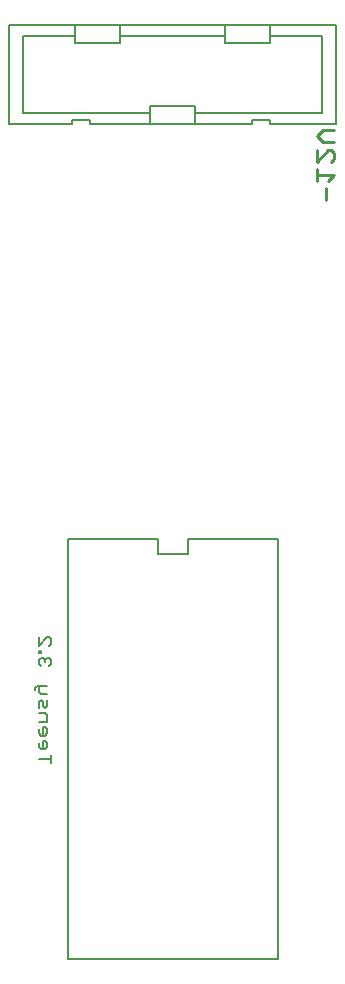
<source format=gbo>
G75*
%MOIN*%
%OFA0B0*%
%FSLAX25Y25*%
%IPPOS*%
%LPD*%
%AMOC8*
5,1,8,0,0,1.08239X$1,22.5*
%
%ADD10C,0.01100*%
%ADD11C,0.00800*%
D10*
X0114850Y0301295D02*
X0114850Y0305232D01*
X0114850Y0303264D02*
X0120755Y0303264D01*
X0118787Y0301295D01*
X0117803Y0298787D02*
X0117803Y0294850D01*
X0119771Y0307741D02*
X0120755Y0308725D01*
X0120755Y0310694D01*
X0119771Y0311678D01*
X0118787Y0311678D01*
X0114850Y0307741D01*
X0114850Y0311678D01*
X0116818Y0314186D02*
X0114850Y0316155D01*
X0116818Y0318123D01*
X0120755Y0318123D01*
X0120755Y0314186D02*
X0116818Y0314186D01*
D11*
X0026404Y0108601D02*
X0022200Y0108601D01*
X0022901Y0111804D02*
X0024302Y0111804D01*
X0025002Y0112505D01*
X0025002Y0113906D01*
X0024302Y0114606D01*
X0023601Y0114606D01*
X0023601Y0111804D01*
X0022901Y0111804D02*
X0022200Y0112505D01*
X0022200Y0113906D01*
X0022901Y0116408D02*
X0024302Y0116408D01*
X0025002Y0117108D01*
X0025002Y0118510D01*
X0024302Y0119210D01*
X0023601Y0119210D01*
X0023601Y0116408D01*
X0022901Y0116408D02*
X0022200Y0117108D01*
X0022200Y0118510D01*
X0022200Y0121012D02*
X0025002Y0121012D01*
X0025002Y0123114D01*
X0024302Y0123814D01*
X0022200Y0123814D01*
X0022200Y0125616D02*
X0022200Y0127717D01*
X0022901Y0128418D01*
X0023601Y0127717D01*
X0023601Y0126316D01*
X0024302Y0125616D01*
X0025002Y0126316D01*
X0025002Y0128418D01*
X0025002Y0130220D02*
X0022901Y0130220D01*
X0022200Y0130920D01*
X0022200Y0133022D01*
X0021499Y0133022D02*
X0020799Y0132321D01*
X0020799Y0131621D01*
X0021499Y0133022D02*
X0025002Y0133022D01*
X0025703Y0139427D02*
X0026404Y0140128D01*
X0026404Y0141529D01*
X0025703Y0142230D01*
X0025002Y0142230D01*
X0024302Y0141529D01*
X0023601Y0142230D01*
X0022901Y0142230D01*
X0022200Y0141529D01*
X0022200Y0140128D01*
X0022901Y0139427D01*
X0024302Y0140829D02*
X0024302Y0141529D01*
X0022901Y0144031D02*
X0022901Y0144732D01*
X0022200Y0144732D01*
X0022200Y0144031D01*
X0022901Y0144031D01*
X0022200Y0146333D02*
X0025002Y0149136D01*
X0025703Y0149136D01*
X0026404Y0148435D01*
X0026404Y0147034D01*
X0025703Y0146333D01*
X0022200Y0146333D02*
X0022200Y0149136D01*
X0026404Y0110002D02*
X0026404Y0107200D01*
X0031800Y0041800D02*
X0101800Y0041800D01*
X0101800Y0181800D01*
X0071800Y0181800D01*
X0071800Y0176800D01*
X0061800Y0176800D01*
X0061800Y0181800D01*
X0031800Y0181800D01*
X0031800Y0041800D01*
X0033422Y0320265D02*
X0012430Y0320265D01*
X0012430Y0353335D01*
X0034387Y0353335D01*
X0034387Y0347233D01*
X0049213Y0347233D01*
X0049213Y0353335D01*
X0034387Y0353335D01*
X0034359Y0349694D02*
X0016859Y0349694D01*
X0016859Y0323906D01*
X0059387Y0323906D01*
X0059387Y0326367D02*
X0074213Y0326367D01*
X0074213Y0320265D01*
X0093422Y0320265D01*
X0093422Y0321446D01*
X0099245Y0321446D01*
X0099245Y0320265D01*
X0121170Y0320265D01*
X0121170Y0353335D01*
X0099213Y0353335D01*
X0099213Y0347233D01*
X0084387Y0347233D01*
X0084387Y0353335D01*
X0049213Y0353335D01*
X0049221Y0349694D02*
X0084379Y0349694D01*
X0084387Y0353335D02*
X0099213Y0353335D01*
X0099241Y0349694D02*
X0116741Y0349694D01*
X0116741Y0323906D01*
X0074213Y0323906D01*
X0074213Y0320265D02*
X0059387Y0320265D01*
X0059387Y0326367D01*
X0059387Y0320265D02*
X0039245Y0320265D01*
X0039245Y0321446D01*
X0033422Y0321446D01*
X0033422Y0320265D01*
M02*

</source>
